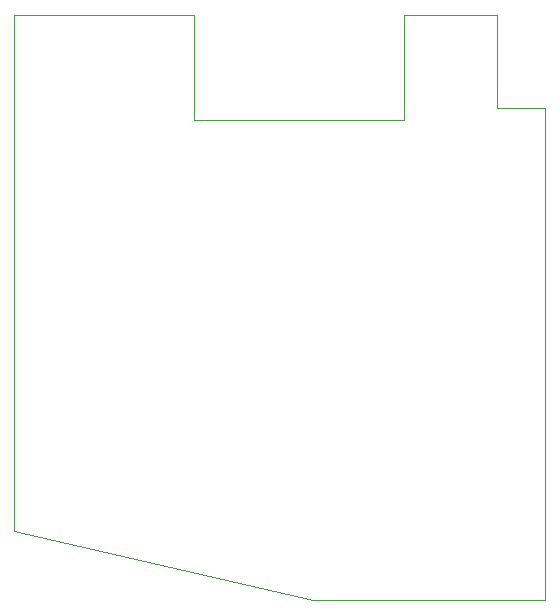
<source format=gm1>
G04 #@! TF.GenerationSoftware,KiCad,Pcbnew,(5.0.2)-1*
G04 #@! TF.CreationDate,2020-07-22T07:53:01+02:00*
G04 #@! TF.ProjectId,32mz_gauge_main_v31,33326d7a-5f67-4617-9567-655f6d61696e,rev?*
G04 #@! TF.SameCoordinates,Original*
G04 #@! TF.FileFunction,Profile,NP*
%FSLAX46Y46*%
G04 Gerber Fmt 4.6, Leading zero omitted, Abs format (unit mm)*
G04 Created by KiCad (PCBNEW (5.0.2)-1) date 7/22/2020 07:53:01*
%MOMM*%
%LPD*%
G01*
G04 APERTURE LIST*
%ADD10C,0.100000*%
G04 APERTURE END LIST*
D10*
X132715000Y-76454000D02*
X133223000Y-76454000D01*
X88265000Y-112331500D02*
X113601500Y-118110000D01*
X129159000Y-76454000D02*
X129159000Y-68580000D01*
X132715000Y-76454000D02*
X129159000Y-76454000D01*
X121285000Y-68580000D02*
X129159000Y-68580000D01*
X121285000Y-68580000D02*
X121285000Y-68580000D01*
X121285000Y-77470000D02*
X121285000Y-68580000D01*
X103505000Y-77470000D02*
X121285000Y-77470000D01*
X103505000Y-68580000D02*
X103505000Y-77470000D01*
X88265000Y-68580000D02*
X103505000Y-68580000D01*
X88265000Y-112331500D02*
X88265000Y-68580000D01*
X133223000Y-118110000D02*
X113601500Y-118110000D01*
X133223000Y-76454000D02*
X133223000Y-118110000D01*
M02*

</source>
